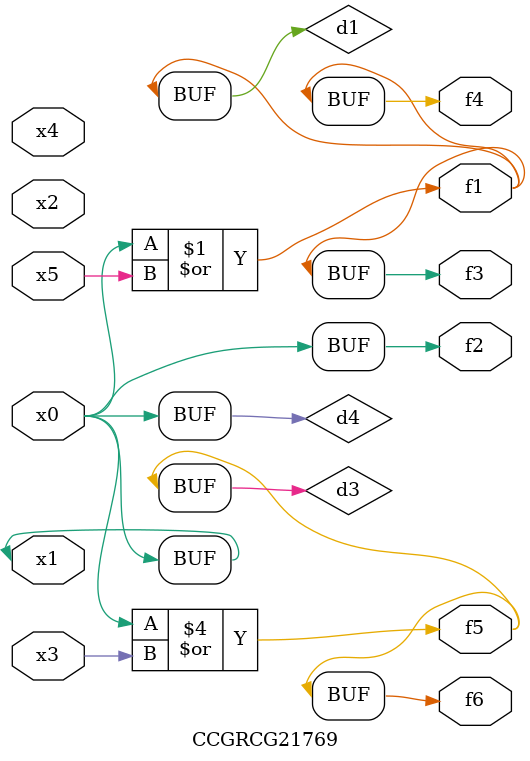
<source format=v>
module CCGRCG21769(
	input x0, x1, x2, x3, x4, x5,
	output f1, f2, f3, f4, f5, f6
);

	wire d1, d2, d3, d4;

	or (d1, x0, x5);
	xnor (d2, x1, x4);
	or (d3, x0, x3);
	buf (d4, x0, x1);
	assign f1 = d1;
	assign f2 = d4;
	assign f3 = d1;
	assign f4 = d1;
	assign f5 = d3;
	assign f6 = d3;
endmodule

</source>
